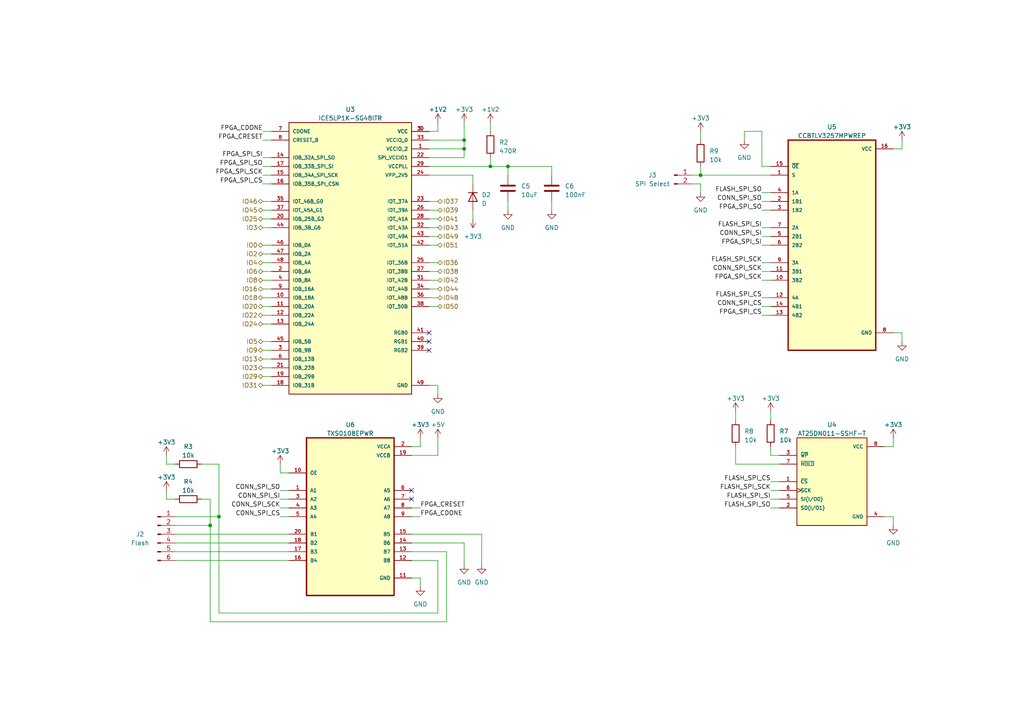
<source format=kicad_sch>
(kicad_sch (version 20230121) (generator eeschema)
  (paper "A4")
  (title_block (title "iCE40 DevBoard") (date "July 2024") (rev "v1"))
  (lib_symbols
    (symbol "AT25DN011:AT25DN011-SSHF-T" (pin_names (offset 1.016))
      (property "Reference" "U" (at -10.1639 13.9779 0))
      (property "Value" "AT25DN011-SSHF-T" (at -10.1614 -15.2427 0))
      (symbol "AT25DN011-SSHF-T_0_0"
        (rectangle (start -10.16 -12.7) (end 10.16 12.7) (stroke (width 0.254)) (fill (type background)))
        (pin input line (at -15.24 0 0) (length 5.08) (name "~{CS}") (number "1"))
        (pin bidirectional line (at -15.24 -7.62 0) (length 5.08) (name "SO(I/O1)") (number "2"))
        (pin input line (at -15.24 7.62 0) (length 5.08) (name "~{WP}") (number "3"))
        (pin power_in line (at 15.24 -10.16 180) (length 5.08) (name "GND") (number "4"))
        (pin bidirectional line (at -15.24 -5.08 0) (length 5.08) (name "SI(I/O0)") (number "5"))
        (pin input clock (at -15.24 -2.54 0) (length 5.08) (name "SCK") (number "6"))
        (pin input line (at -15.24 5.08 0) (length 5.08) (name "~{HOLD}") (number "7"))
        (pin power_in line (at 15.24 10.16 180) (length 5.08) (name "VCC") (number "8"))
      )
    )
    (symbol "CCBTLV3257:CCBTLV3257MPWREP" (pin_names (offset 1.016))
      (property "Reference" "U" (at -12.7 31.48 0))
      (property "Value" "CCBTLV3257MPWREP" (at -12.7 -34.48 0))
      (symbol "CCBTLV3257MPWREP_0_0"
        (rectangle (start -12.7 -30.48) (end 12.7 30.48) (stroke (width 0.41)) (fill (type background)))
        (pin input line (at -17.78 20.32 0) (length 5.08) (name "S") (number "1"))
        (pin bidirectional line (at -17.78 -10.16 0) (length 5.08) (name "3B2") (number "10"))
        (pin bidirectional line (at -17.78 -7.62 0) (length 5.08) (name "3B1") (number "11"))
        (pin bidirectional line (at -17.78 -15.24 0) (length 5.08) (name "4A") (number "12"))
        (pin bidirectional line (at -17.78 -20.32 0) (length 5.08) (name "4B2") (number "13"))
        (pin bidirectional line (at -17.78 -17.78 0) (length 5.08) (name "4B1") (number "14"))
        (pin input line (at -17.78 22.86 0) (length 5.08) (name "~{OE}") (number "15"))
        (pin power_in line (at 17.78 27.94 180) (length 5.08) (name "VCC") (number "16"))
        (pin bidirectional line (at -17.78 12.7 0) (length 5.08) (name "1B1") (number "2"))
        (pin bidirectional line (at -17.78 10.16 0) (length 5.08) (name "1B2") (number "3"))
        (pin bidirectional line (at -17.78 15.24 0) (length 5.08) (name "1A") (number "4"))
        (pin bidirectional line (at -17.78 2.54 0) (length 5.08) (name "2B1") (number "5"))
        (pin bidirectional line (at -17.78 0 0) (length 5.08) (name "2B2") (number "6"))
        (pin bidirectional line (at -17.78 5.08 0) (length 5.08) (name "2A") (number "7"))
        (pin power_in line (at 17.78 -25.4 180) (length 5.08) (name "GND") (number "8"))
        (pin bidirectional line (at -17.78 -5.08 0) (length 5.08) (name "3A") (number "9"))
      )
    )
    (symbol "Connector:Conn_01x02_Pin" (pin_names (offset 1.016) hide)
      (property "Reference" "J" (at 0 2.54 0))
      (property "Value" "Conn_01x02_Pin" (at 0 -5.08 0))
      (symbol "Conn_01x02_Pin_1_1"
        (polyline (pts (xy 1.27 -2.54) (xy 0.8636 -2.54)) (stroke (width 0.1524)))
        (polyline (pts (xy 1.27 0) (xy 0.8636 0)) (stroke (width 0.1524)))
        (rectangle (start 0.8636 -2.413) (end 0 -2.667) (stroke (width 0.1524)) (fill (type outline)))
        (rectangle (start 0.8636 0.127) (end 0 -0.127) (stroke (width 0.1524)) (fill (type outline)))
        (pin passive line (at 5.08 0 180) (length 3.81) (name "Pin_1") (number "1"))
        (pin passive line (at 5.08 -2.54 180) (length 3.81) (name "Pin_2") (number "2"))
      )
    )
    (symbol "Connector:Conn_01x06_Pin" (pin_names (offset 1.016) hide)
      (property "Reference" "J" (at 0 7.62 0))
      (property "Value" "Conn_01x06_Pin" (at 0 -10.16 0))
      (symbol "Conn_01x06_Pin_1_1"
        (polyline (pts (xy 1.27 -7.62) (xy 0.8636 -7.62)) (stroke (width 0.1524)))
        (polyline (pts (xy 1.27 -5.08) (xy 0.8636 -5.08)) (stroke (width 0.1524)))
        (polyline (pts (xy 1.27 -2.54) (xy 0.8636 -2.54)) (stroke (width 0.1524)))
        (polyline (pts (xy 1.27 0) (xy 0.8636 0)) (stroke (width 0.1524)))
        (polyline (pts (xy 1.27 2.54) (xy 0.8636 2.54)) (stroke (width 0.1524)))
        (polyline (pts (xy 1.27 5.08) (xy 0.8636 5.08)) (stroke (width 0.1524)))
        (rectangle (start 0.8636 -7.493) (end 0 -7.747) (stroke (width 0.1524)) (fill (type outline)))
        (rectangle (start 0.8636 -4.953) (end 0 -5.207) (stroke (width 0.1524)) (fill (type outline)))
        (rectangle (start 0.8636 -2.413) (end 0 -2.667) (stroke (width 0.1524)) (fill (type outline)))
        (rectangle (start 0.8636 0.127) (end 0 -0.127) (stroke (width 0.1524)) (fill (type outline)))
        (rectangle (start 0.8636 2.667) (end 0 2.413) (stroke (width 0.1524)) (fill (type outline)))
        (rectangle (start 0.8636 5.207) (end 0 4.953) (stroke (width 0.1524)) (fill (type outline)))
        (pin passive line (at 5.08 5.08 180) (length 3.81) (name "Pin_1") (number "1"))
        (pin passive line (at 5.08 2.54 180) (length 3.81) (name "Pin_2") (number "2"))
        (pin passive line (at 5.08 0 180) (length 3.81) (name "Pin_3") (number "3"))
        (pin passive line (at 5.08 -2.54 180) (length 3.81) (name "Pin_4") (number "4"))
        (pin passive line (at 5.08 -5.08 180) (length 3.81) (name "Pin_5") (number "5"))
        (pin passive line (at 5.08 -7.62 180) (length 3.81) (name "Pin_6") (number "6"))
      )
    )
    (symbol "Device:C" (pin_numbers hide) (pin_names (offset 0.254))
      (property "Reference" "C" (at 0.635 2.54 0))
      (property "Value" "C" (at 0.635 -2.54 0))
      (symbol "C_0_1"
        (polyline (pts (xy -2.032 -0.762) (xy 2.032 -0.762)) (stroke (width 0.508)))
        (polyline (pts (xy -2.032 0.762) (xy 2.032 0.762)) (stroke (width 0.508)))
      )
      (symbol "C_1_1"
        (pin passive line (at 0 3.81 270) (length 2.794) (name "~") (number "1"))
        (pin passive line (at 0 -3.81 90) (length 2.794) (name "~") (number "2"))
      )
    )
    (symbol "Device:D" (pin_numbers hide) (pin_names (offset 1.016) hide)
      (property "Reference" "D" (at 0 2.54 0))
      (property "Value" "D" (at 0 -2.54 0))
      (symbol "D_0_1"
        (polyline (pts (xy -1.27 1.27) (xy -1.27 -1.27)) (stroke (width 0.254)))
        (polyline (pts (xy 1.27 0) (xy -1.27 0)))
        (polyline (pts (xy 1.27 1.27) (xy 1.27 -1.27) (xy -1.27 0) (xy 1.27 1.27)) (stroke (width 0.254)))
      )
      (symbol "D_1_1"
        (pin passive line (at -3.81 0 0) (length 2.54) (name "K") (number "1"))
        (pin passive line (at 3.81 0 180) (length 2.54) (name "A") (number "2"))
      )
    )
    (symbol "Device:R" (pin_numbers hide) (pin_names (offset 0))
      (property "Reference" "R" (at 2.032 0 90))
      (property "Value" "R" (at 0 0 90))
      (symbol "R_0_1"
        (rectangle (start -1.016 -2.54) (end 1.016 2.54) (stroke (width 0.254)))
      )
      (symbol "R_1_1"
        (pin passive line (at 0 3.81 270) (length 1.27) (name "~") (number "1"))
        (pin passive line (at 0 -3.81 90) (length 1.27) (name "~") (number "2"))
      )
    )
    (symbol "TXS0108EPWR:TXS0108EPWR" (pin_names (offset 1.016))
      (property "Reference" "U" (at -12.7 23.86 0))
      (property "Value" "TXS0108EPWR" (at -12.7 -26.86 0))
      (symbol "TXS0108EPWR_0_0"
        (rectangle (start -12.7 -22.86) (end 12.7 22.86) (stroke (width 0.41)) (fill (type background)))
        (pin bidirectional line (at -17.78 7.62 0) (length 5.08) (name "A1") (number "1"))
        (pin input line (at -17.78 12.7 0) (length 5.08) (name "OE") (number "10"))
        (pin power_in line (at 17.78 -17.78 180) (length 5.08) (name "GND") (number "11"))
        (pin bidirectional line (at 17.78 -12.7 180) (length 5.08) (name "B8") (number "12"))
        (pin bidirectional line (at 17.78 -10.16 180) (length 5.08) (name "B7") (number "13"))
        (pin bidirectional line (at 17.78 -7.62 180) (length 5.08) (name "B6") (number "14"))
        (pin bidirectional line (at 17.78 -5.08 180) (length 5.08) (name "B5") (number "15"))
        (pin bidirectional line (at -17.78 -12.7 0) (length 5.08) (name "B4") (number "16"))
        (pin bidirectional line (at -17.78 -10.16 0) (length 5.08) (name "B3") (number "17"))
        (pin bidirectional line (at -17.78 -7.62 0) (length 5.08) (name "B2") (number "18"))
        (pin power_in line (at 17.78 17.78 180) (length 5.08) (name "VCCB") (number "19"))
        (pin power_in line (at 17.78 20.32 180) (length 5.08) (name "VCCA") (number "2"))
        (pin bidirectional line (at -17.78 -5.08 0) (length 5.08) (name "B1") (number "20"))
        (pin bidirectional line (at -17.78 5.08 0) (length 5.08) (name "A2") (number "3"))
        (pin bidirectional line (at -17.78 2.54 0) (length 5.08) (name "A3") (number "4"))
        (pin bidirectional line (at -17.78 0 0) (length 5.08) (name "A4") (number "5"))
        (pin bidirectional line (at 17.78 7.62 180) (length 5.08) (name "A5") (number "6"))
        (pin bidirectional line (at 17.78 5.08 180) (length 5.08) (name "A6") (number "7"))
        (pin bidirectional line (at 17.78 2.54 180) (length 5.08) (name "A7") (number "8"))
        (pin bidirectional line (at 17.78 0 180) (length 5.08) (name "A8") (number "9"))
      )
    )
    (symbol "iCE5LP1K:ICE5LP1K-SG48ITR" (pin_names (offset 1.016))
      (property "Reference" "U" (at -17.8404 41.2876 0))
      (property "Value" "ICE5LP1K-SG48ITR" (at -17.8183 -41.2365 0))
      (symbol "ICE5LP1K-SG48ITR_0_0"
        (rectangle (start -17.78 -38.1) (end 17.78 40.64) (stroke (width 0.254)) (fill (type background)))
        (pin power_in line (at 22.86 33.02 180) (length 5.08) (name "VCCIO_2") (number "1"))
        (pin bidirectional line (at -22.86 -10.16 0) (length 5.08) (name "IOB_18A") (number "10"))
        (pin bidirectional line (at -22.86 -12.7 0) (length 5.08) (name "IOB_20A") (number "11"))
        (pin bidirectional line (at -22.86 -15.24 0) (length 5.08) (name "IOB_22A") (number "12"))
        (pin bidirectional line (at -22.86 -17.78 0) (length 5.08) (name "IOB_24A") (number "13"))
        (pin bidirectional line (at -22.86 30.48 0) (length 5.08) (name "IOB_32A_SPI_SO") (number "14"))
        (pin bidirectional line (at -22.86 25.4 0) (length 5.08) (name "IOB_34A_SPI_SCK") (number "15"))
        (pin bidirectional line (at -22.86 22.86 0) (length 5.08) (name "IOB_35B_SPI_CSN") (number "16"))
        (pin bidirectional line (at -22.86 27.94 0) (length 5.08) (name "IOB_33B_SPI_SI") (number "17"))
        (pin bidirectional line (at -22.86 -35.56 0) (length 5.08) (name "IOB_31B") (number "18"))
        (pin bidirectional line (at -22.86 -33.02 0) (length 5.08) (name "IOB_29B") (number "19"))
        (pin bidirectional line (at -22.86 -2.54 0) (length 5.08) (name "IOB_6A") (number "2"))
        (pin bidirectional line (at -22.86 12.7 0) (length 5.08) (name "IOB_25B_G3") (number "20"))
        (pin bidirectional line (at -22.86 -30.48 0) (length 5.08) (name "IOB_23B") (number "21"))
        (pin power_in line (at 22.86 30.48 180) (length 5.08) (name "SPI_VCCIO1") (number "22"))
        (pin bidirectional line (at 22.86 17.78 180) (length 5.08) (name "IOT_37A") (number "23"))
        (pin power_in line (at 22.86 25.4 180) (length 5.08) (name "VPP_2V5") (number "24"))
        (pin bidirectional line (at 22.86 0 180) (length 5.08) (name "IOT_36B") (number "25"))
        (pin bidirectional line (at 22.86 15.24 180) (length 5.08) (name "IOT_39A") (number "26"))
        (pin bidirectional line (at 22.86 -2.54 180) (length 5.08) (name "IOT_38B") (number "27"))
        (pin bidirectional line (at 22.86 12.7 180) (length 5.08) (name "IOT_41A") (number "28"))
        (pin power_in line (at 22.86 27.94 180) (length 5.08) (name "VCCPLL") (number "29"))
        (pin bidirectional line (at -22.86 -25.4 0) (length 5.08) (name "IOB_9B") (number "3"))
        (pin power_in line (at 22.86 38.1 180) (length 5.08) (name "VCC") (number "30"))
        (pin bidirectional line (at 22.86 -5.08 180) (length 5.08) (name "IOT_42B") (number "31"))
        (pin bidirectional line (at 22.86 10.16 180) (length 5.08) (name "IOT_43A") (number "32"))
        (pin power_in line (at 22.86 35.56 180) (length 5.08) (name "VCCIO_0") (number "33"))
        (pin bidirectional line (at 22.86 -7.62 180) (length 5.08) (name "IOT_44B") (number "34"))
        (pin bidirectional line (at -22.86 17.78 0) (length 5.08) (name "IOT_46B_G0") (number "35"))
        (pin bidirectional line (at 22.86 -10.16 180) (length 5.08) (name "IOT_48B") (number "36"))
        (pin bidirectional line (at -22.86 15.24 0) (length 5.08) (name "IOT_45A_G1") (number "37"))
        (pin bidirectional line (at 22.86 -12.7 180) (length 5.08) (name "IOT_50B") (number "38"))
        (pin passive line (at 22.86 -25.4 180) (length 5.08) (name "RGB2") (number "39"))
        (pin bidirectional line (at -22.86 -5.08 0) (length 5.08) (name "IOB_8A") (number "4"))
        (pin passive line (at 22.86 -22.86 180) (length 5.08) (name "RGB1") (number "40"))
        (pin passive line (at 22.86 -20.32 180) (length 5.08) (name "RGB0") (number "41"))
        (pin bidirectional line (at 22.86 5.08 180) (length 5.08) (name "IOT_51A") (number "42"))
        (pin bidirectional line (at 22.86 7.62 180) (length 5.08) (name "IOT_49A") (number "43"))
        (pin bidirectional line (at -22.86 10.16 0) (length 5.08) (name "IOB_3B_G6") (number "44"))
        (pin bidirectional line (at -22.86 -22.86 0) (length 5.08) (name "IOB_5B") (number "45"))
        (pin bidirectional line (at -22.86 5.08 0) (length 5.08) (name "IOB_0A") (number "46"))
        (pin bidirectional line (at -22.86 2.54 0) (length 5.08) (name "IOB_2A") (number "47"))
        (pin bidirectional line (at -22.86 0 0) (length 5.08) (name "IOB_4A") (number "48"))
        (pin power_in line (at 22.86 -35.56 180) (length 5.08) (name "GND") (number "49"))
        (pin power_in line (at 22.86 38.1 180) (length 5.08) (name "VCC") (number "5"))
        (pin bidirectional line (at -22.86 -27.94 0) (length 5.08) (name "IOB_13B") (number "6"))
        (pin input line (at -22.86 38.1 0) (length 5.08) (name "CDONE") (number "7"))
        (pin input line (at -22.86 35.56 0) (length 5.08) (name "CRESET_B") (number "8"))
        (pin bidirectional line (at -22.86 -7.62 0) (length 5.08) (name "IOB_16A") (number "9"))
      )
    )
    (symbol "power:+1V2" (power) (pin_names (offset 0))
      (property "Value" "+1V2" (at 0 3.556 0))
      (symbol "+1V2_0_1"
        (polyline (pts (xy -0.762 1.27) (xy 0 2.54)))
        (polyline (pts (xy 0 0) (xy 0 2.54)))
        (polyline (pts (xy 0 2.54) (xy 0.762 1.27)))
      )
      (symbol "+1V2_1_1"
        (pin power_in line (at 0 0 90) (length 0) hide (name "+1V2") (number "1"))
      )
    )
    (symbol "power:+3V3" (power) (pin_names (offset 0))
      (property "Value" "+3V3" (at 0 3.556 0))
      (symbol "+3V3_0_1"
        (polyline (pts (xy -0.762 1.27) (xy 0 2.54)))
        (polyline (pts (xy 0 0) (xy 0 2.54)))
        (polyline (pts (xy 0 2.54) (xy 0.762 1.27)))
      )
      (symbol "+3V3_1_1"
        (pin power_in line (at 0 0 90) (length 0) hide (name "+3V3") (number "1"))
      )
    )
    (symbol "power:+5V" (power) (pin_names (offset 0))
      (property "Value" "+5V" (at 0 3.556 0))
      (symbol "+5V_0_1"
        (polyline (pts (xy -0.762 1.27) (xy 0 2.54)))
        (polyline (pts (xy 0 0) (xy 0 2.54)))
        (polyline (pts (xy 0 2.54) (xy 0.762 1.27)))
      )
      (symbol "+5V_1_1"
        (pin power_in line (at 0 0 90) (length 0) hide (name "+5V") (number "1"))
      )
    )
    (symbol "power:GND" (power) (pin_names (offset 0))
      (property "Value" "GND" (at 0 -3.81 0))
      (symbol "GND_0_1"
        (polyline (pts (xy 0 0) (xy 0 -1.27) (xy 1.27 -1.27) (xy 0 -2.54) (xy -1.27 -1.27) (xy 0 -1.27)))
      )
      (symbol "GND_1_1"
        (pin power_in line (at 0 0 270) (length 0) hide (name "GND") (number "1"))
      )
    )
  )
  (junction (at 142.24 48.26))
  (junction (at 63.5 149.86))
  (junction (at 203.2 50.8))
  (junction (at 134.62 43.18))
  (junction (at 60.96 152.4))
  (junction (at 134.62 40.64))
  (junction (at 147.32 48.26))
  (no_connect (at 119.38 142.24))
  (no_connect (at 124.46 101.6))
  (no_connect (at 124.46 96.52))
  (no_connect (at 124.46 99.06))
  (no_connect (at 119.38 144.78))
  (wire (pts (xy 76.2 104.14) (xy 78.74 104.14)))
  (wire (pts (xy 76.2 60.96) (xy 78.74 60.96)))
  (wire (pts (xy 220.98 58.42) (xy 223.52 58.42)))
  (wire (pts (xy 256.54 149.86) (xy 259.08 149.86)))
  (wire (pts (xy 203.2 53.34) (xy 200.66 53.34)))
  (wire (pts (xy 63.5 149.86) (xy 63.5 134.62)))
  (wire (pts (xy 76.2 63.5) (xy 78.74 63.5)))
  (wire (pts (xy 220.98 55.88) (xy 223.52 55.88)))
  (wire (pts (xy 142.24 35.56) (xy 142.24 38.1)))
  (wire (pts (xy 213.36 119.38) (xy 213.36 121.92)))
  (wire (pts (xy 124.46 83.82) (xy 127 83.82)))
  (wire (pts (xy 50.8 162.56) (xy 83.82 162.56)))
  (wire (pts (xy 76.2 71.12) (xy 78.74 71.12)))
  (wire (pts (xy 259.08 43.18) (xy 261.62 43.18)))
  (wire (pts (xy 119.38 157.48) (xy 134.62 157.48)))
  (wire (pts (xy 124.46 76.2) (xy 127 76.2)))
  (wire (pts (xy 60.96 152.4) (xy 60.96 144.78)))
  (wire (pts (xy 127 38.1) (xy 124.46 38.1)))
  (wire (pts (xy 76.2 86.36) (xy 78.74 86.36)))
  (wire (pts (xy 81.28 134.62) (xy 81.28 137.16)))
  (wire (pts (xy 124.46 58.42) (xy 127 58.42)))
  (wire (pts (xy 203.2 50.8) (xy 203.2 48.26)))
  (wire (pts (xy 76.2 73.66) (xy 78.74 73.66)))
  (wire (pts (xy 134.62 45.72) (xy 134.62 43.18)))
  (wire (pts (xy 215.9 38.1) (xy 215.9 40.64)))
  (wire (pts (xy 60.96 152.4) (xy 50.8 152.4)))
  (wire (pts (xy 76.2 81.28) (xy 78.74 81.28)))
  (wire (pts (xy 127 35.56) (xy 127 38.1)))
  (wire (pts (xy 259.08 149.86) (xy 259.08 152.4)))
  (wire (pts (xy 226.06 132.08) (xy 223.52 132.08)))
  (wire (pts (xy 147.32 48.26) (xy 147.32 50.8)))
  (wire (pts (xy 76.2 76.2) (xy 78.74 76.2)))
  (wire (pts (xy 48.26 144.78) (xy 50.8 144.78)))
  (wire (pts (xy 160.02 48.26) (xy 160.02 50.8)))
  (wire (pts (xy 119.38 154.94) (xy 139.7 154.94)))
  (wire (pts (xy 121.92 127) (xy 121.92 129.54)))
  (wire (pts (xy 119.38 167.64) (xy 121.92 167.64)))
  (wire (pts (xy 124.46 78.74) (xy 127 78.74)))
  (wire (pts (xy 124.46 40.64) (xy 134.62 40.64)))
  (wire (pts (xy 220.98 48.26) (xy 220.98 38.1)))
  (wire (pts (xy 124.46 60.96) (xy 127 60.96)))
  (wire (pts (xy 139.7 154.94) (xy 139.7 163.83)))
  (wire (pts (xy 259.08 127) (xy 259.08 129.54)))
  (wire (pts (xy 261.62 99.06) (xy 261.62 96.52)))
  (wire (pts (xy 119.38 160.02) (xy 129.54 160.02)))
  (wire (pts (xy 134.62 157.48) (xy 134.62 163.83)))
  (wire (pts (xy 124.46 81.28) (xy 127 81.28)))
  (wire (pts (xy 76.2 50.8) (xy 78.74 50.8)))
  (wire (pts (xy 81.28 149.86) (xy 83.82 149.86)))
  (wire (pts (xy 76.2 93.98) (xy 78.74 93.98)))
  (wire (pts (xy 127 162.56) (xy 127 177.8)))
  (wire (pts (xy 124.46 71.12) (xy 127 71.12)))
  (wire (pts (xy 134.62 43.18) (xy 134.62 40.64)))
  (wire (pts (xy 76.2 58.42) (xy 78.74 58.42)))
  (wire (pts (xy 124.46 66.04) (xy 127 66.04)))
  (wire (pts (xy 259.08 129.54) (xy 256.54 129.54)))
  (wire (pts (xy 223.52 50.8) (xy 203.2 50.8)))
  (wire (pts (xy 127 127) (xy 127 132.08)))
  (wire (pts (xy 223.52 144.78) (xy 226.06 144.78)))
  (wire (pts (xy 76.2 109.22) (xy 78.74 109.22)))
  (wire (pts (xy 137.16 50.8) (xy 124.46 50.8)))
  (wire (pts (xy 160.02 58.42) (xy 160.02 60.96)))
  (wire (pts (xy 220.98 78.74) (xy 223.52 78.74)))
  (wire (pts (xy 142.24 45.72) (xy 142.24 48.26)))
  (wire (pts (xy 203.2 55.88) (xy 203.2 53.34)))
  (wire (pts (xy 119.38 162.56) (xy 127 162.56)))
  (wire (pts (xy 213.36 134.62) (xy 226.06 134.62)))
  (wire (pts (xy 223.52 139.7) (xy 226.06 139.7)))
  (wire (pts (xy 142.24 48.26) (xy 124.46 48.26)))
  (wire (pts (xy 81.28 137.16) (xy 83.82 137.16)))
  (wire (pts (xy 60.96 180.34) (xy 60.96 152.4)))
  (wire (pts (xy 127 111.76) (xy 127 114.3)))
  (wire (pts (xy 223.52 119.38) (xy 223.52 121.92)))
  (wire (pts (xy 121.92 167.64) (xy 121.92 170.18)))
  (wire (pts (xy 63.5 177.8) (xy 63.5 149.86)))
  (wire (pts (xy 220.98 71.12) (xy 223.52 71.12)))
  (wire (pts (xy 63.5 149.86) (xy 50.8 149.86)))
  (wire (pts (xy 223.52 132.08) (xy 223.52 129.54)))
  (wire (pts (xy 121.92 129.54) (xy 119.38 129.54)))
  (wire (pts (xy 81.28 142.24) (xy 83.82 142.24)))
  (wire (pts (xy 124.46 88.9) (xy 127 88.9)))
  (wire (pts (xy 48.26 142.24) (xy 48.26 144.78)))
  (wire (pts (xy 124.46 68.58) (xy 127 68.58)))
  (wire (pts (xy 223.52 48.26) (xy 220.98 48.26)))
  (wire (pts (xy 220.98 81.28) (xy 223.52 81.28)))
  (wire (pts (xy 147.32 48.26) (xy 160.02 48.26)))
  (wire (pts (xy 200.66 50.8) (xy 203.2 50.8)))
  (wire (pts (xy 220.98 86.36) (xy 223.52 86.36)))
  (wire (pts (xy 76.2 99.06) (xy 78.74 99.06)))
  (wire (pts (xy 220.98 38.1) (xy 215.9 38.1)))
  (wire (pts (xy 76.2 40.64) (xy 78.74 40.64)))
  (wire (pts (xy 220.98 68.58) (xy 223.52 68.58)))
  (wire (pts (xy 76.2 48.26) (xy 78.74 48.26)))
  (wire (pts (xy 124.46 45.72) (xy 134.62 45.72)))
  (wire (pts (xy 124.46 111.76) (xy 127 111.76)))
  (wire (pts (xy 220.98 66.04) (xy 223.52 66.04)))
  (wire (pts (xy 203.2 38.1) (xy 203.2 40.64)))
  (wire (pts (xy 220.98 76.2) (xy 223.52 76.2)))
  (wire (pts (xy 76.2 78.74) (xy 78.74 78.74)))
  (wire (pts (xy 60.96 144.78) (xy 58.42 144.78)))
  (wire (pts (xy 63.5 134.62) (xy 58.42 134.62)))
  (wire (pts (xy 81.28 147.32) (xy 83.82 147.32)))
  (wire (pts (xy 129.54 160.02) (xy 129.54 180.34)))
  (wire (pts (xy 127 177.8) (xy 63.5 177.8)))
  (wire (pts (xy 76.2 88.9) (xy 78.74 88.9)))
  (wire (pts (xy 76.2 111.76) (xy 78.74 111.76)))
  (wire (pts (xy 119.38 147.32) (xy 121.92 147.32)))
  (wire (pts (xy 147.32 48.26) (xy 142.24 48.26)))
  (wire (pts (xy 50.8 154.94) (xy 83.82 154.94)))
  (wire (pts (xy 223.52 147.32) (xy 226.06 147.32)))
  (wire (pts (xy 220.98 60.96) (xy 223.52 60.96)))
  (wire (pts (xy 50.8 160.02) (xy 83.82 160.02)))
  (wire (pts (xy 220.98 91.44) (xy 223.52 91.44)))
  (wire (pts (xy 50.8 157.48) (xy 83.82 157.48)))
  (wire (pts (xy 129.54 180.34) (xy 60.96 180.34)))
  (wire (pts (xy 76.2 53.34) (xy 78.74 53.34)))
  (wire (pts (xy 119.38 149.86) (xy 121.92 149.86)))
  (wire (pts (xy 76.2 106.68) (xy 78.74 106.68)))
  (wire (pts (xy 213.36 129.54) (xy 213.36 134.62)))
  (wire (pts (xy 76.2 91.44) (xy 78.74 91.44)))
  (wire (pts (xy 124.46 43.18) (xy 134.62 43.18)))
  (wire (pts (xy 50.8 134.62) (xy 48.26 134.62)))
  (wire (pts (xy 223.52 142.24) (xy 226.06 142.24)))
  (wire (pts (xy 76.2 38.1) (xy 78.74 38.1)))
  (wire (pts (xy 137.16 60.96) (xy 137.16 63.5)))
  (wire (pts (xy 127 132.08) (xy 119.38 132.08)))
  (wire (pts (xy 48.26 134.62) (xy 48.26 132.08)))
  (wire (pts (xy 81.28 144.78) (xy 83.82 144.78)))
  (wire (pts (xy 76.2 83.82) (xy 78.74 83.82)))
  (wire (pts (xy 76.2 66.04) (xy 78.74 66.04)))
  (wire (pts (xy 124.46 86.36) (xy 127 86.36)))
  (wire (pts (xy 261.62 96.52) (xy 259.08 96.52)))
  (wire (pts (xy 76.2 101.6) (xy 78.74 101.6)))
  (wire (pts (xy 261.62 43.18) (xy 261.62 40.64)))
  (wire (pts (xy 137.16 53.34) (xy 137.16 50.8)))
  (wire (pts (xy 124.46 63.5) (xy 127 63.5)))
  (wire (pts (xy 134.62 40.64) (xy 134.62 35.56)))
  (wire (pts (xy 220.98 88.9) (xy 223.52 88.9)))
  (wire (pts (xy 76.2 45.72) (xy 78.74 45.72)))
  (wire (pts (xy 147.32 58.42) (xy 147.32 60.96)))
  (label "FPGA_SPI_CS" (at 76.2 53.34 180))
  (label "FPGA_SPI_SI" (at 76.2 45.72 180))
  (label "FLASH_SPI_SCK" (at 220.98 76.2 180))
  (label "FPGA_CRESET" (at 121.92 147.32 0))
  (label "CONN_SPI_CS" (at 220.98 88.9 180))
  (label "FLASH_SPI_CS" (at 220.98 86.36 180))
  (label "FPGA_SPI_SO" (at 76.2 48.26 180))
  (label "CONN_SPI_SI" (at 81.28 144.78 180))
  (label "FLASH_SPI_SCK" (at 223.52 142.24 180))
  (label "FLASH_SPI_SO" (at 223.52 147.32 180))
  (label "CONN_SPI_SO" (at 220.98 58.42 180))
  (label "FPGA_CRESET" (at 76.2 40.64 180))
  (label "CONN_SPI_CS" (at 81.28 149.86 180))
  (label "FPGA_SPI_SI" (at 220.98 71.12 180))
  (label "CONN_SPI_SI" (at 220.98 68.58 180))
  (label "FPGA_CDONE" (at 76.2 38.1 180))
  (label "CONN_SPI_SO" (at 81.28 142.24 180))
  (label "FPGA_SPI_SCK" (at 76.2 50.8 180))
  (label "CONN_SPI_SCK" (at 220.98 78.74 180))
  (label "FLASH_SPI_SI" (at 223.52 144.78 180))
  (label "FLASH_SPI_SI" (at 220.98 66.04 180))
  (label "CONN_SPI_SCK" (at 81.28 147.32 180))
  (label "FLASH_SPI_CS" (at 223.52 139.7 180))
  (label "FPGA_SPI_CS" (at 220.98 91.44 180))
  (label "FPGA_SPI_SCK" (at 220.98 81.28 180))
  (label "FPGA_CDONE" (at 121.92 149.86 0))
  (label "FLASH_SPI_SO" (at 220.98 55.88 180))
  (label "FPGA_SPI_SO" (at 220.98 60.96 180))
  (hierarchical_label "IO49" (shape bidirectional) (at 127 68.58 0))
  (hierarchical_label "IO18" (shape bidirectional) (at 76.2 86.36 180))
  (hierarchical_label "IO38" (shape bidirectional) (at 127 78.74 0))
  (hierarchical_label "IO22" (shape bidirectional) (at 76.2 91.44 180))
  (hierarchical_label "IO45" (shape bidirectional) (at 76.2 60.96 180))
  (hierarchical_label "IO46" (shape bidirectional) (at 76.2 58.42 180))
  (hierarchical_label "IO36" (shape bidirectional) (at 127 76.2 0))
  (hierarchical_label "IO48" (shape bidirectional) (at 127 86.36 0))
  (hierarchical_label "IO23" (shape bidirectional) (at 76.2 106.68 180))
  (hierarchical_label "IO3" (shape bidirectional) (at 76.2 66.04 180))
  (hierarchical_label "IO41" (shape bidirectional) (at 127 63.5 0))
  (hierarchical_label "IO31" (shape bidirectional) (at 76.2 111.76 180))
  (hierarchical_label "IO29" (shape bidirectional) (at 76.2 109.22 180))
  (hierarchical_label "IO6" (shape bidirectional) (at 76.2 78.74 180))
  (hierarchical_label "IO43" (shape bidirectional) (at 127 66.04 0))
  (hierarchical_label "IO44" (shape bidirectional) (at 127 83.82 0))
  (hierarchical_label "IO24" (shape bidirectional) (at 76.2 93.98 180))
  (hierarchical_label "IO37" (shape bidirectional) (at 127 58.42 0))
  (hierarchical_label "IO8" (shape bidirectional) (at 76.2 81.28 180))
  (hierarchical_label "IO2" (shape bidirectional) (at 76.2 73.66 180))
  (hierarchical_label "IO50" (shape bidirectional) (at 127 88.9 0))
  (hierarchical_label "IO9" (shape bidirectional) (at 76.2 101.6 180))
  (hierarchical_label "IO39" (shape bidirectional) (at 127 60.96 0))
  (hierarchical_label "IO4" (shape bidirectional) (at 76.2 76.2 180))
  (hierarchical_label "IO0" (shape bidirectional) (at 76.2 71.12 180))
  (hierarchical_label "IO5" (shape bidirectional) (at 76.2 99.06 180))
  (hierarchical_label "IO42" (shape bidirectional) (at 127 81.28 0))
  (hierarchical_label "IO25" (shape bidirectional) (at 76.2 63.5 180))
  (hierarchical_label "IO16" (shape bidirectional) (at 76.2 83.82 180))
  (hierarchical_label "IO13" (shape bidirectional) (at 76.2 104.14 180))
  (hierarchical_label "IO51" (shape bidirectional) (at 127 71.12 0))
  (hierarchical_label "IO20" (shape bidirectional) (at 76.2 88.9 180))
  (symbol (lib_id "Device:R") (at 54.61 144.78 90) (unit 1)
    (property "Reference" "R4" (at 54.61 139.7 90))
    (property "Value" "10k" (at 54.61 142.24 90))
  )
  (symbol (lib_id "power:+3V3") (at 48.26 142.24 0) (unit 1)
    (property "Reference" "#PWR023" (effects hide))
    (property "Value" "+3V3" (at 48.26 138.43 0))
  )
  (symbol (lib_id "power:GND") (at 160.02 60.96 0) (unit 1)
    (property "Reference" "#PWR020" (effects hide))
    (property "Value" "GND" (at 160.02 66.04 0))
  )
  (symbol (lib_id "power:+3V3") (at 137.16 63.5 180) (unit 1)
    (property "Reference" "#PWR021" (effects hide))
    (property "Value" "+3V3" (at 137.16 68.58 0))
  )
  (symbol (lib_id "Device:R") (at 203.2 44.45 0) (unit 1)
    (property "Reference" "R9" (at 205.74 43.815 0) (effects (justify left)))
    (property "Value" "10k" (at 205.74 46.355 0) (effects (justify left)))
    (property "Footprint" "Resistor_SMD:R_0603_1608Metric" (effects hide))
  )
  (symbol (lib_id "power:+3V3") (at 223.52 119.38 0) (unit 1)
    (property "Reference" "#PWR028" (effects hide))
    (property "Value" "+3V3" (at 223.52 115.57 0))
  )
  (symbol (lib_id "Device:R") (at 142.24 41.91 0) (unit 1)
    (property "Reference" "R2" (at 144.78 41.275 0) (effects (justify left)))
    (property "Value" "470R" (at 144.78 43.815 0) (effects (justify left)))
    (property "Footprint" "Resistor_SMD:R_0603_1608Metric" (effects hide))
  )
  (symbol (lib_id "power:+5V") (at 127 127 0) (unit 1)
    (property "Reference" "#PWR037" (effects hide))
    (property "Value" "+5V" (at 127 123.19 0))
  )
  (symbol (lib_id "power:GND") (at 261.62 99.06 0) (unit 1)
    (property "Reference" "#PWR034" (effects hide))
    (property "Value" "GND" (at 261.62 104.14 0))
  )
  (symbol (lib_id "Device:R") (at 54.61 134.62 90) (unit 1)
    (property "Reference" "R3" (at 54.61 129.54 90))
    (property "Value" "10k" (at 54.61 132.08 90))
  )
  (symbol (lib_id "Connector:Conn_01x06_Pin") (at 45.72 154.94 0) (unit 1)
    (property "Reference" "J2" (at 40.64 154.94 0))
    (property "Value" "Flash" (at 40.64 157.48 0))
    (property "Footprint" "Connector_PinHeader_2.54mm:PinHeader_1x06_P2.54mm_Vertical" (effects hide))
  )
  (symbol (lib_id "power:+3V3") (at 259.08 127 0) (unit 1)
    (property "Reference" "#PWR027" (effects hide))
    (property "Value" "+3V3" (at 259.08 123.19 0))
  )
  (symbol (lib_id "Device:R") (at 223.52 125.73 0) (unit 1)
    (property "Reference" "R7" (at 226.06 125.095 0) (effects (justify left)))
    (property "Value" "10k" (at 226.06 127.635 0) (effects (justify left)))
    (property "Footprint" "Resistor_SMD:R_0603_1608Metric" (effects hide))
  )
  (symbol (lib_id "power:GND") (at 147.32 60.96 0) (unit 1)
    (property "Reference" "#PWR019" (effects hide))
    (property "Value" "GND" (at 147.32 66.04 0))
  )
  (symbol (lib_id "Device:R") (at 213.36 125.73 0) (unit 1)
    (property "Reference" "R8" (at 215.9 125.095 0) (effects (justify left)))
    (property "Value" "10k" (at 215.9 127.635 0) (effects (justify left)))
    (property "Footprint" "Resistor_SMD:R_0603_1608Metric" (effects hide))
  )
  (symbol (lib_id "Device:C") (at 160.02 54.61 0) (unit 1)
    (property "Reference" "C6" (at 163.83 53.975 0) (effects (justify left)))
    (property "Value" "100nF" (at 163.83 56.515 0) (effects (justify left)))
    (property "Footprint" "Capacitor_SMD:C_0603_1608Metric" (effects hide))
  )
  (symbol (lib_id "power:GND") (at 121.92 170.18 0) (unit 1)
    (property "Reference" "#PWR036" (effects hide))
    (property "Value" "GND" (at 121.92 175.26 0))
  )
  (symbol (lib_id "power:GND") (at 203.2 55.88 0) (unit 1)
    (property "Reference" "#PWR032" (effects hide))
    (property "Value" "GND" (at 203.2 60.96 0))
  )
  (symbol (lib_id "power:+3V3") (at 261.62 40.64 0) (unit 1)
    (property "Reference" "#PWR033" (effects hide))
    (property "Value" "+3V3" (at 261.62 36.83 0))
  )
  (symbol (lib_id "AT25DN011:AT25DN011-SSHF-T") (at 241.3 139.7 0) (unit 1)
    (property "Reference" "U4" (at 241.3 123.19 0))
    (property "Value" "AT25DN011-SSHF-T" (at 241.3 125.73 0))
    (property "Footprint" "AT25DN011-SSHF-T:SOIC127P599X175-8N" (effects hide))
    (property "MF" "Adesto" (effects hide))
    (property "MAXIMUM_PACKAGE_HEIGHT" "1.75mm" (effects hide))
    (property "Package" "SOIC-8 Microchip Technology" (effects hide))
    (property "Price" "None" (effects hide))
    (property "Check_prices" "https://www.snapeda.com/parts/AT25DN011-SSHF-T/Adesto+Technologies/view-part/?ref=eda" (effects hide))
    (property "STANDARD" "IPC 7351B" (effects hide))
    (property "PARTREV" "G" (effects hide))
    (property "SnapEDA_Link" "https://www.snapeda.com/parts/AT25DN011-SSHF-T/Adesto+Technologies/view-part/?ref=snap" (effects hide))
    (property "MP" "AT25DN011-SSHF-T" (effects hide))
    (property "Description" "\nFLASH Memory IC 1Mb (128K x 8) SPI 104 MHz 8-SOIC\n" (effects hide))
    (property "Availability" "In Stock" (effects hide))
    (property "MANUFACTURER" "Dialog Semicondutor" (effects hide))
  )
  (symbol (lib_id "power:+3V3") (at 203.2 38.1 0) (unit 1)
    (property "Reference" "#PWR031" (effects hide))
    (property "Value" "+3V3" (at 203.2 34.29 0))
  )
  (symbol (lib_id "power:+3V3") (at 81.28 134.62 0) (unit 1)
    (property "Reference" "#PWR024" (effects hide))
    (property "Value" "+3V3" (at 81.28 130.81 0))
  )
  (symbol (lib_id "power:GND") (at 139.7 163.83 0) (unit 1)
    (property "Reference" "#PWR039" (effects hide))
    (property "Value" "GND" (at 139.7 168.91 0))
  )
  (symbol (lib_id "power:+3V3") (at 121.92 127 0) (unit 1)
    (property "Reference" "#PWR035" (effects hide))
    (property "Value" "+3V3" (at 121.92 123.19 0))
  )
  (symbol (lib_id "power:+1V2") (at 127 35.56 0) (unit 1)
    (property "Reference" "#PWR016" (effects hide))
    (property "Value" "+1V2" (at 127 31.75 0))
  )
  (symbol (lib_id "power:GND") (at 259.08 152.4 0) (unit 1)
    (property "Reference" "#PWR026" (effects hide))
    (property "Value" "GND" (at 259.08 157.48 0))
  )
  (symbol (lib_id "power:+3V3") (at 134.62 35.56 0) (unit 1)
    (property "Reference" "#PWR017" (effects hide))
    (property "Value" "+3V3" (at 134.62 31.75 0))
  )
  (symbol (lib_id "Device:C") (at 147.32 54.61 0) (unit 1)
    (property "Reference" "C5" (at 151.13 53.975 0) (effects (justify left)))
    (property "Value" "10uF" (at 151.13 56.515 0) (effects (justify left)))
    (property "Footprint" "Capacitor_SMD:C_0603_1608Metric" (effects hide))
  )
  (symbol (lib_id "iCE5LP1K:ICE5LP1K-SG48ITR") (at 101.6 76.2 0) (unit 1)
    (property "Reference" "U3" (at 101.6 31.75 0))
    (property "Value" "ICE5LP1K-SG48ITR" (at 101.6 34.29 0))
    (property "Footprint" "ICE5LP1K-SG48ITR:QFN50P700X700X100-49N" (effects hide))
    (property "MF" "Lattice Semiconductor" (effects hide))
    (property "Description" "\niCE40 Ultra™ Field Programmable Gate Array (FPGA) IC 39 65536 1100 48-VFQFN Exposed Pad\n" (effects hide))
    (property "Package" "QFN-48 Lattice Semiconductor" (effects hide))
    (property "Price" "None" (effects hide))
    (property "Check_prices" "https://www.snapeda.com/parts/ICE5LP1K-SG48ITR/Lattice+Semiconductor+Corporation/view-part/?ref=eda" (effects hide))
    (property "SnapEDA_Link" "https://www.snapeda.com/parts/ICE5LP1K-SG48ITR/Lattice+Semiconductor+Corporation/view-part/?ref=snap" (effects hide))
    (property "MP" "ICE5LP1K-SG48ITR" (effects hide))
    (property "Purchase-URL" "https://www.snapeda.com/api/url_track_click_mouser/?unipart_id=1219517&manufacturer=Lattice Semiconductor&part_name=ICE5LP1K-SG48ITR&search_term=None" (effects hide))
    (property "Availability" "In Stock" (effects hide))
    (property "MANUFACTURER" "Lattice Semiconductor" (effects hide))
  )
  (symbol (lib_id "power:+3V3") (at 213.36 119.38 0) (unit 1)
    (property "Reference" "#PWR029" (effects hide))
    (property "Value" "+3V3" (at 213.36 115.57 0))
  )
  (symbol (lib_id "CCBTLV3257:CCBTLV3257MPWREP") (at 241.3 71.12 0) (unit 1)
    (property "Reference" "U5" (at 241.3 36.83 0))
    (property "Value" "CCBTLV3257MPWREP" (at 241.3 39.37 0))
    (property "Footprint" "CCBTLV3257MPWREP:SOP65P640X120-16N" (effects hide))
    (property "MF" "Texas Instruments" (effects hide))
    (property "Description" "\nEnhanced Product low-voltage 4-bit 1-Of-2 FET multiplexer/demultiplexer\n" (effects hide))
    (property "Package" "TSSOP-16 Texas Instruments" (effects hide))
    (property "Price" "None" (effects hide))
    (property "SnapEDA_Link" "https://www.snapeda.com/parts/CCBTLV3257MPWREP/Texas+Instruments/view-part/?ref=snap" (effects hide))
    (property "MP" "CCBTLV3257MPWREP" (effects hide))
    (property "Availability" "In Stock" (effects hide))
    (property "Check_prices" "https://www.snapeda.com/parts/CCBTLV3257MPWREP/Texas+Instruments/view-part/?ref=eda" (effects hide))
  )
  (symbol (lib_id "power:+3V3") (at 48.26 132.08 0) (unit 1)
    (property "Reference" "#PWR022" (effects hide))
    (property "Value" "+3V3" (at 48.26 128.27 0))
  )
  (symbol (lib_id "TXS0108EPWR:TXS0108EPWR") (at 101.6 149.86 0) (unit 1)
    (property "Reference" "U6" (at 101.6 123.19 0))
    (property "Value" "TXS0108EPWR" (at 101.6 125.73 0))
    (property "Footprint" "TXS0108EPWR:SOP65P640X120-20N" (effects hide))
    (property "MF" "Texas Instruments" (effects hide))
    (property "Description" "\n8-bit bidirectional voltage-level shifter for open-drain and push-pull application\n" (effects hide))
    (property "Package" "TSSOP-20 Texas Instruments" (effects hide))
    (property "Price" "None" (effects hide))
    (property "SnapEDA_Link" "https://www.snapeda.com/parts/TXS0108EPWR/Texas+Instruments/view-part/?ref=snap" (effects hide))
    (property "MP" "TXS0108EPWR" (effects hide))
    (property "Purchase-URL" "https://www.snapeda.com/api/url_track_click_mouser/?unipart_id=105750&manufacturer=Texas Instruments&part_name=TXS0108EPWR&search_term=None" (effects hide))
    (property "Availability" "In Stock" (effects hide))
    (property "Check_prices" "https://www.snapeda.com/parts/TXS0108EPWR/Texas+Instruments/view-part/?ref=eda" (effects hide))
  )
  (symbol (lib_id "power:GND") (at 215.9 40.64 0) (unit 1)
    (property "Reference" "#PWR030" (effects hide))
    (property "Value" "GND" (at 215.9 45.72 0))
  )
  (symbol (lib_id "Device:D") (at 137.16 57.15 270) (unit 1)
    (property "Reference" "D2" (at 139.7 56.515 90) (effects (justify left)))
    (property "Value" "D" (at 139.7 59.055 90) (effects (justify left)))
    (property "Footprint" "Diode_SMD:D_0603_1608Metric" (effects hide))
    (property "Sim.Device" "D" (effects hide))
    (property "Sim.Pins" "1=K 2=A" (effects hide))
  )
  (symbol (lib_id "Connector:Conn_01x02_Pin") (at 195.58 50.8 0) (unit 1)
    (property "Reference" "J3" (at 189.23 50.8 0))
    (property "Value" "SPI Select" (at 189.23 53.34 0))
    (property "Footprint" "Connector_PinHeader_2.54mm:PinHeader_1x02_P2.54mm_Vertical" (effects hide))
  )
  (symbol (lib_id "power:GND") (at 127 114.3 0) (unit 1)
    (property "Reference" "#PWR015" (effects hide))
    (property "Value" "GND" (at 127 119.38 0))
  )
  (symbol (lib_id "power:GND") (at 134.62 163.83 0) (unit 1)
    (property "Reference" "#PWR038" (effects hide))
    (property "Value" "GND" (at 134.62 168.91 0))
  )
  (symbol (lib_id "power:+1V2") (at 142.24 35.56 0) (unit 1)
    (property "Reference" "#PWR018" (effects hide))
    (property "Value" "+1V2" (at 142.24 31.75 0))
  )
)
</source>
